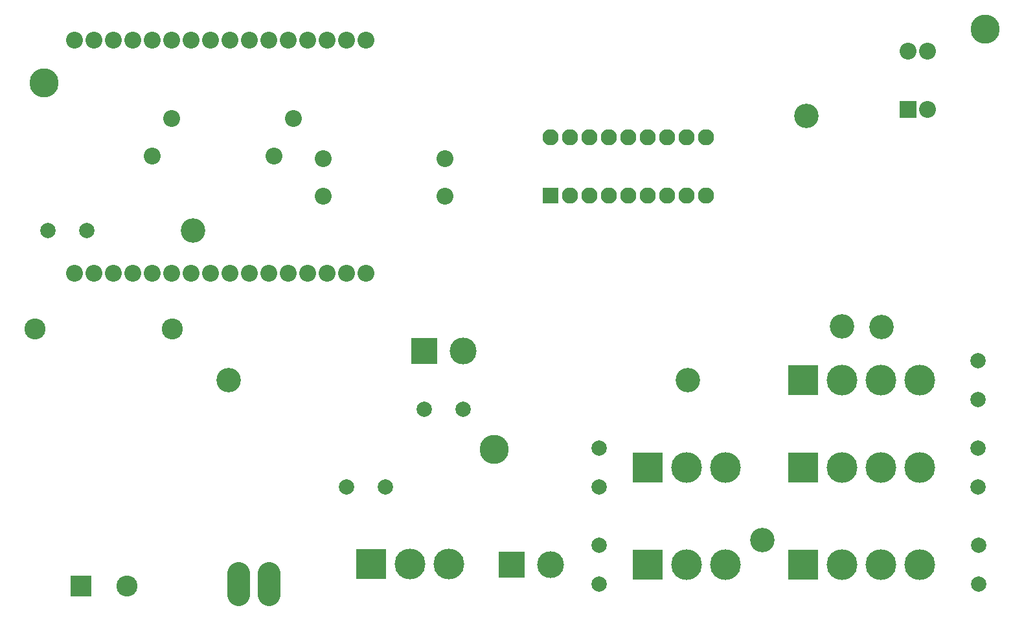
<source format=gbr>
G04 EAGLE Gerber RS-274X export*
G75*
%MOMM*%
%FSLAX34Y34*%
%LPD*%
%INSoldermask Bottom*%
%IPPOS*%
%AMOC8*
5,1,8,0,0,1.08239X$1,22.5*%
G01*
G04 Define Apertures*
%ADD10C,3.803200*%
%ADD11C,3.003200*%
%ADD12R,3.505200X3.505200*%
%ADD13C,3.505200*%
%ADD14R,4.013200X4.013200*%
%ADD15C,4.013200*%
%ADD16C,2.003200*%
%ADD17R,2.743200X2.743200*%
%ADD18C,2.743200*%
%ADD19C,2.203200*%
%ADD20R,2.103200X2.103200*%
%ADD21C,2.103200*%
%ADD22R,2.203200X2.203200*%
%ADD23C,3.203200*%
D10*
X62000Y706000D03*
X1292000Y776000D03*
X650000Y227000D03*
D11*
X355600Y64800D02*
X355600Y36800D01*
X316000Y36800D02*
X316000Y64800D01*
D12*
X558800Y355600D03*
D13*
X609600Y355600D03*
D12*
X673100Y76200D03*
D13*
X723900Y76200D03*
D14*
X489559Y77332D03*
D15*
X540359Y77332D03*
X591159Y77332D03*
D16*
X117700Y513000D03*
X66900Y513000D03*
X1283300Y101200D03*
X1283300Y50400D03*
X1282700Y228600D03*
X1282700Y177800D03*
X1282700Y342900D03*
X1282700Y292100D03*
X787400Y228600D03*
X787400Y177800D03*
X787400Y101600D03*
X787400Y50800D03*
X609600Y279400D03*
X558800Y279400D03*
X508000Y177800D03*
X457200Y177800D03*
D14*
X850900Y76200D03*
D15*
X901700Y76200D03*
X952500Y76200D03*
D14*
X850900Y203200D03*
D15*
X901700Y203200D03*
X952500Y203200D03*
D14*
X1054100Y203200D03*
D15*
X1104900Y203200D03*
X1155700Y203200D03*
X1206500Y203200D03*
D14*
X1054100Y317500D03*
D15*
X1104900Y317500D03*
X1155700Y317500D03*
X1206500Y317500D03*
D17*
X109700Y47900D03*
D18*
X169700Y47900D03*
X49700Y383900D03*
X229700Y383900D03*
D19*
X228600Y659500D03*
X387600Y659500D03*
X203200Y610000D03*
X362200Y610000D03*
D14*
X1054100Y76200D03*
D15*
X1104900Y76200D03*
X1155700Y76200D03*
X1206500Y76200D03*
D19*
X101600Y457200D03*
X127000Y457200D03*
X152400Y457200D03*
X177800Y457200D03*
X203200Y457200D03*
X228600Y457200D03*
X254000Y457200D03*
X279400Y457200D03*
X304800Y457200D03*
X330200Y457200D03*
X355600Y457200D03*
X381000Y457200D03*
X406400Y457200D03*
X431800Y457200D03*
X457200Y457200D03*
X482600Y457200D03*
X101600Y762000D03*
X127000Y762000D03*
X152400Y762000D03*
X177800Y762000D03*
X203200Y762000D03*
X228600Y762000D03*
X254000Y762000D03*
X279400Y762000D03*
X304800Y762000D03*
X330200Y762000D03*
X355600Y762000D03*
X381000Y762000D03*
X406400Y762000D03*
X431800Y762000D03*
X457200Y762000D03*
X482600Y762000D03*
D20*
X723900Y558800D03*
D21*
X749300Y558800D03*
X774700Y558800D03*
X800100Y558800D03*
X825500Y558800D03*
X850900Y558800D03*
X876300Y558800D03*
X901700Y558800D03*
X927100Y558800D03*
X927100Y635000D03*
X901700Y635000D03*
X876300Y635000D03*
X850900Y635000D03*
X825500Y635000D03*
X800100Y635000D03*
X774700Y635000D03*
X749300Y635000D03*
X723900Y635000D03*
D22*
X1191300Y670900D03*
D19*
X1191300Y747100D03*
X1216700Y670900D03*
X1216700Y747100D03*
X427000Y558000D03*
X586000Y558000D03*
X427000Y607000D03*
X586000Y607000D03*
D23*
X903000Y317000D03*
X303000Y317000D03*
X1001000Y108000D03*
X256000Y513000D03*
X1105000Y388000D03*
X1156000Y387000D03*
X1058000Y663000D03*
M02*

</source>
